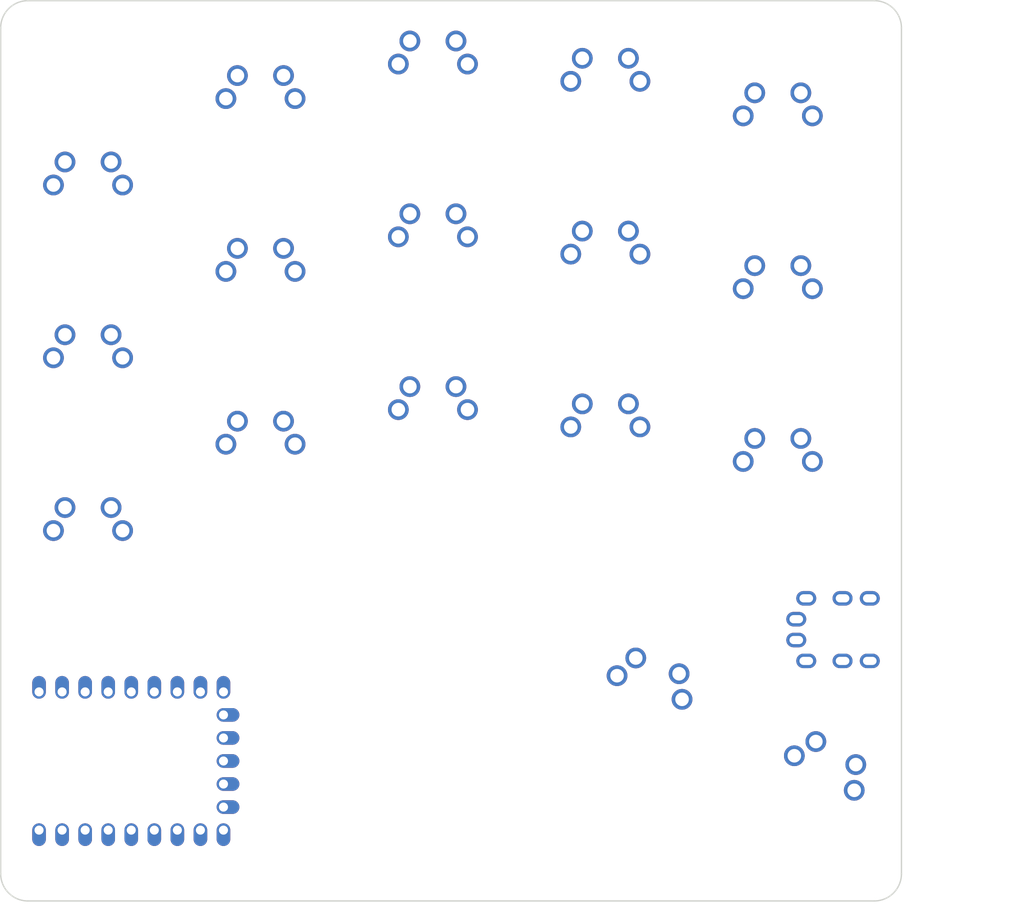
<source format=kicad_pcb>
(kicad_pcb (version 20221018) (generator pcbnew)
  (title_block (title "quadrate_pcb") (rev "v1.0.0") (company "Unknown"))
  (layers (0 "F.Cu" signal) (31 "B.Cu" signal) (34 "B.Paste" user) (35 "F.Paste" user) (36 "B.SilkS" user "B.Silkscreen") (37 "F.SilkS" user "F.Silkscreen") (38 "B.Mask" user) (39 "F.Mask" user) (44 "Edge.Cuts" user))
  (net 0 "")
  (net 1 "matrix_pinky_bottom")
  (net 2 "GND")
  (net 3 "matrix_pinky_home")
  (net 4 "matrix_pinky_top")
  (net 5 "matrix_ring_bottom")
  (net 6 "matrix_ring_home")
  (net 7 "matrix_ring_top")
  (net 8 "matrix_middle_bottom")
  (net 9 "matrix_middle_home")
  (net 10 "matrix_middle_top")
  (net 11 "matrix_index_bottom")
  (net 12 "matrix_index_home")
  (net 13 "matrix_index_top")
  (net 14 "matrix_inner_bottom")
  (net 15 "matrix_inner_home")
  (net 16 "matrix_inner_top")
  (net 17 "thumbfan_near_home")
  (net 18 "thumbfan_far_home")
  (net 19 "GP0")
  (net 20 "GP1")
  (net 21 "GP2")
  (net 22 "GP3")
  (net 23 "GP4")
  (net 24 "GP5")
  (net 25 "GP6")
  (net 26 "GP7")
  (net 27 "GP8")
  (net 28 "GP9")
  (net 29 "GP10")
  (net 30 "GP11")
  (net 31 "GP12")
  (net 32 "GP13")
  (net 33 "GP14")
  (net 34 "GP15")
  (net 35 "GP26")
  (net 36 "GP27")
  (net 37 "GP28")
  (net 38 "GP29")
  (net 39 "3V3")
  (net 40 "5V")
  (net 41 "VCC")
  (net 42 "P0")
  (net 43 "P1")
  (footprint "MX" (layer "F.Cu") (at 190.4 139.065)
    (fp_text reference "S7" hide)
    (fp_text value "" hide)
    (pad "" np_thru_hole circle (at -5.08 0) (size 1.7018 1.7018) (drill 1.7018) (layers "*.Cu" "*.Mask"))
    (pad "" np_thru_hole circle (at 0 0) (size 3.9878 3.9878) (drill 3.9878) (layers "*.Cu" "*.Mask"))
    (pad "" np_thru_hole circle (at 5.08 0) (size 1.7018 1.7018) (drill 1.7018) (layers "*.Cu" "*.Mask"))
    (pad "1" thru_hole circle (at -2.54 -5.08) (size 2.286 2.286) (drill 1.4986) (layers "*.Cu" "*.Mask") (net 8 "matrix_middle_bottom"))
    (pad "1" thru_hole circle (at 2.54 -5.08) (size 2.286 2.286) (drill 1.4986) (layers "*.Cu" "*.Mask") (net 8 "matrix_middle_bottom"))
    (pad "2" thru_hole circle (at -3.81 -2.54) (size 2.286 2.286) (drill 1.4986) (layers "*.Cu" "*.Mask") (net 2 "GND"))
    (pad "2" thru_hole circle (at 3.81 -2.54) (size 2.286 2.286) (drill 1.4986) (layers "*.Cu" "*.Mask") (net 2 "GND"))
  )
  (footprint "MX" (layer "F.Cu") (at 152.4 133.35)
    (fp_text reference "S2" hide)
    (fp_text value "" hide)
    (pad "" np_thru_hole circle (at -5.08 0) (size 1.7018 1.7018) (drill 1.7018) (layers "*.Cu" "*.Mask"))
    (pad "" np_thru_hole circle (at 0 0) (size 3.9878 3.9878) (drill 3.9878) (layers "*.Cu" "*.Mask"))
    (pad "" np_thru_hole circle (at 5.08 0) (size 1.7018 1.7018) (drill 1.7018) (layers "*.Cu" "*.Mask"))
    (pad "1" thru_hole circle (at -2.54 -5.08) (size 2.286 2.286) (drill 1.4986) (layers "*.Cu" "*.Mask") (net 3 "matrix_pinky_home"))
    (pad "1" thru_hole circle (at 2.54 -5.08) (size 2.286 2.286) (drill 1.4986) (layers "*.Cu" "*.Mask") (net 3 "matrix_pinky_home"))
    (pad "2" thru_hole circle (at -3.81 -2.54) (size 2.286 2.286) (drill 1.4986) (layers "*.Cu" "*.Mask") (net 2 "GND"))
    (pad "2" thru_hole circle (at 3.81 -2.54) (size 2.286 2.286) (drill 1.4986) (layers "*.Cu" "*.Mask") (net 2 "GND"))
  )
  (footprint "MX" (layer "F.Cu") (at 171.4 123.825)
    (fp_text reference "S5" hide)
    (fp_text value "" hide)
    (pad "" np_thru_hole circle (at -5.08 0) (size 1.7018 1.7018) (drill 1.7018) (layers "*.Cu" "*.Mask"))
    (pad "" np_thru_hole circle (at 0 0) (size 3.9878 3.9878) (drill 3.9878) (layers "*.Cu" "*.Mask"))
    (pad "" np_thru_hole circle (at 5.08 0) (size 1.7018 1.7018) (drill 1.7018) (layers "*.Cu" "*.Mask"))
    (pad "1" thru_hole circle (at -2.54 -5.08) (size 2.286 2.286) (drill 1.4986) (layers "*.Cu" "*.Mask") (net 6 "matrix_ring_home"))
    (pad "1" thru_hole circle (at 2.54 -5.08) (size 2.286 2.286) (drill 1.4986) (layers "*.Cu" "*.Mask") (net 6 "matrix_ring_home"))
    (pad "2" thru_hole circle (at -3.81 -2.54) (size 2.286 2.286) (drill 1.4986) (layers "*.Cu" "*.Mask") (net 2 "GND"))
    (pad "2" thru_hole circle (at 3.81 -2.54) (size 2.286 2.286) (drill 1.4986) (layers "*.Cu" "*.Mask") (net 2 "GND"))
  )
  (footprint "MX" (layer "F.Cu") (at 228.4 144.78)
    (fp_text reference "S13" hide)
    (fp_text value "" hide)
    (pad "" np_thru_hole circle (at -5.08 0) (size 1.7018 1.7018) (drill 1.7018) (layers "*.Cu" "*.Mask"))
    (pad "" np_thru_hole circle (at 0 0) (size 3.9878 3.9878) (drill 3.9878) (layers "*.Cu" "*.Mask"))
    (pad "" np_thru_hole circle (at 5.08 0) (size 1.7018 1.7018) (drill 1.7018) (layers "*.Cu" "*.Mask"))
    (pad "1" thru_hole circle (at -2.54 -5.08) (size 2.286 2.286) (drill 1.4986) (layers "*.Cu" "*.Mask") (net 14 "matrix_inner_bottom"))
    (pad "1" thru_hole circle (at 2.54 -5.08) (size 2.286 2.286) (drill 1.4986) (layers "*.Cu" "*.Mask") (net 14 "matrix_inner_bottom"))
    (pad "2" thru_hole circle (at -3.81 -2.54) (size 2.286 2.286) (drill 1.4986) (layers "*.Cu" "*.Mask") (net 2 "GND"))
    (pad "2" thru_hole circle (at 3.81 -2.54) (size 2.286 2.286) (drill 1.4986) (layers "*.Cu" "*.Mask") (net 2 "GND"))
  )
  (footprint "MX" (layer "F.Cu") (at 171.4 142.875)
    (fp_text reference "S4" hide)
    (fp_text value "" hide)
    (pad "" np_thru_hole circle (at -5.08 0) (size 1.7018 1.7018) (drill 1.7018) (layers "*.Cu" "*.Mask"))
    (pad "" np_thru_hole circle (at 0 0) (size 3.9878 3.9878) (drill 3.9878) (layers "*.Cu" "*.Mask"))
    (pad "" np_thru_hole circle (at 5.08 0) (size 1.7018 1.7018) (drill 1.7018) (layers "*.Cu" "*.Mask"))
    (pad "1" thru_hole circle (at -2.54 -5.08) (size 2.286 2.286) (drill 1.4986) (layers "*.Cu" "*.Mask") (net 5 "matrix_ring_bottom"))
    (pad "1" thru_hole circle (at 2.54 -5.08) (size 2.286 2.286) (drill 1.4986) (layers "*.Cu" "*.Mask") (net 5 "matrix_ring_bottom"))
    (pad "2" thru_hole circle (at -3.81 -2.54) (size 2.286 2.286) (drill 1.4986) (layers "*.Cu" "*.Mask") (net 2 "GND"))
    (pad "2" thru_hole circle (at 3.81 -2.54) (size 2.286 2.286) (drill 1.4986) (layers "*.Cu" "*.Mask") (net 2 "GND"))
  )
  (footprint "MX" (layer "F.Cu") (at 209.4 102.87)
    (fp_text reference "S12" hide)
    (fp_text value "" hide)
    (pad "" np_thru_hole circle (at -5.08 0) (size 1.7018 1.7018) (drill 1.7018) (layers "*.Cu" "*.Mask"))
    (pad "" np_thru_hole circle (at 0 0) (size 3.9878 3.9878) (drill 3.9878) (layers "*.Cu" "*.Mask"))
    (pad "" np_thru_hole circle (at 5.08 0) (size 1.7018 1.7018) (drill 1.7018) (layers "*.Cu" "*.Mask"))
    (pad "1" thru_hole circle (at -2.54 -5.08) (size 2.286 2.286) (drill 1.4986) (layers "*.Cu" "*.Mask") (net 13 "matrix_index_top"))
    (pad "1" thru_hole circle (at 2.54 -5.08) (size 2.286 2.286) (drill 1.4986) (layers "*.Cu" "*.Mask") (net 13 "matrix_index_top"))
    (pad "2" thru_hole circle (at -3.81 -2.54) (size 2.286 2.286) (drill 1.4986) (layers "*.Cu" "*.Mask") (net 2 "GND"))
    (pad "2" thru_hole circle (at 3.81 -2.54) (size 2.286 2.286) (drill 1.4986) (layers "*.Cu" "*.Mask") (net 2 "GND"))
  )
  (footprint "MX" (layer "F.Cu") (at 232.25239 178.785997 -30)
    (fp_text reference "S17" hide)
    (fp_text value "" hide)
    (pad "" np_thru_hole circle (at -5.08 0) (size 1.7018 1.7018) (drill 1.7018) (layers "*.Cu" "*.Mask"))
    (pad "" np_thru_hole circle (at 0 0) (size 3.9878 3.9878) (drill 3.9878) (layers "*.Cu" "*.Mask"))
    (pad "" np_thru_hole circle (at 5.08 0) (size 1.7018 1.7018) (drill 1.7018) (layers "*.Cu" "*.Mask"))
    (pad "1" thru_hole circle (at -2.54 -5.08) (size 2.286 2.286) (drill 1.4986) (layers "*.Cu" "*.Mask") (net 18 "thumbfan_far_home"))
    (pad "1" thru_hole circle (at 2.54 -5.08) (size 2.286 2.286) (drill 1.4986) (layers "*.Cu" "*.Mask") (net 18 "thumbfan_far_home"))
    (pad "2" thru_hole circle (at -3.81 -2.54) (size 2.286 2.286) (drill 1.4986) (layers "*.Cu" "*.Mask") (net 2 "GND"))
    (pad "2" thru_hole circle (at 3.81 -2.54) (size 2.286 2.286) (drill 1.4986) (layers "*.Cu" "*.Mask") (net 2 "GND"))
  )
  (footprint "MX" (layer "F.Cu") (at 213.4 169.545 -20)
    (fp_text reference "S16" hide)
    (fp_text value "" hide)
    (pad "" np_thru_hole circle (at -5.08 0) (size 1.7018 1.7018) (drill 1.7018) (layers "*.Cu" "*.Mask"))
    (pad "" np_thru_hole circle (at 0 0) (size 3.9878 3.9878) (drill 3.9878) (layers "*.Cu" "*.Mask"))
    (pad "" np_thru_hole circle (at 5.08 0) (size 1.7018 1.7018) (drill 1.7018) (layers "*.Cu" "*.Mask"))
    (pad "1" thru_hole circle (at -2.54 -5.08) (size 2.286 2.286) (drill 1.4986) (layers "*.Cu" "*.Mask") (net 17 "thumbfan_near_home"))
    (pad "1" thru_hole circle (at 2.54 -5.08) (size 2.286 2.286) (drill 1.4986) (layers "*.Cu" "*.Mask") (net 17 "thumbfan_near_home"))
    (pad "2" thru_hole circle (at -3.81 -2.54) (size 2.286 2.286) (drill 1.4986) (layers "*.Cu" "*.Mask") (net 2 "GND"))
    (pad "2" thru_hole circle (at 3.81 -2.54) (size 2.286 2.286) (drill 1.4986) (layers "*.Cu" "*.Mask") (net 2 "GND"))
  )
  (footprint "MX" (layer "F.Cu") (at 209.4 140.97)
    (fp_text reference "S10" hide)
    (fp_text value "" hide)
    (pad "" np_thru_hole circle (at -5.08 0) (size 1.7018 1.7018) (drill 1.7018) (layers "*.Cu" "*.Mask"))
    (pad "" np_thru_hole circle (at 0 0) (size 3.9878 3.9878) (drill 3.9878) (layers "*.Cu" "*.Mask"))
    (pad "" np_thru_hole circle (at 5.08 0) (size 1.7018 1.7018) (drill 1.7018) (layers "*.Cu" "*.Mask"))
    (pad "1" thru_hole circle (at -2.54 -5.08) (size 2.286 2.286) (drill 1.4986) (layers "*.Cu" "*.Mask") (net 11 "matrix_index_bottom"))
    (pad "1" thru_hole circle (at 2.54 -5.08) (size 2.286 2.286) (drill 1.4986) (layers "*.Cu" "*.Mask") (net 11 "matrix_index_bottom"))
    (pad "2" thru_hole circle (at -3.81 -2.54) (size 2.286 2.286) (drill 1.4986) (layers "*.Cu" "*.Mask") (net 2 "GND"))
    (pad "2" thru_hole circle (at 3.81 -2.54) (size 2.286 2.286) (drill 1.4986) (layers "*.Cu" "*.Mask") (net 2 "GND"))
  )
  (footprint "MX" (layer "F.Cu") (at 190.4 120.015)
    (fp_text reference "S8" hide)
    (fp_text value "" hide)
    (pad "" np_thru_hole circle (at -5.08 0) (size 1.7018 1.7018) (drill 1.7018) (layers "*.Cu" "*.Mask"))
    (pad "" np_thru_hole circle (at 0 0) (size 3.9878 3.9878) (drill 3.9878) (layers "*.Cu" "*.Mask"))
    (pad "" np_thru_hole circle (at 5.08 0) (size 1.7018 1.7018) (drill 1.7018) (layers "*.Cu" "*.Mask"))
    (pad "1" thru_hole circle (at -2.54 -5.08) (size 2.286 2.286) (drill 1.4986) (layers "*.Cu" "*.Mask") (net 9 "matrix_middle_home"))
    (pad "1" thru_hole circle (at 2.54 -5.08) (size 2.286 2.286) (drill 1.4986) (layers "*.Cu" "*.Mask") (net 9 "matrix_middle_home"))
    (pad "2" thru_hole circle (at -3.81 -2.54) (size 2.286 2.286) (drill 1.4986) (layers "*.Cu" "*.Mask") (net 2 "GND"))
    (pad "2" thru_hole circle (at 3.81 -2.54) (size 2.286 2.286) (drill 1.4986) (layers "*.Cu" "*.Mask") (net 2 "GND"))
  )
  (footprint "MX" (layer "F.Cu") (at 152.4 114.3)
    (fp_text reference "S3" hide)
    (fp_text value "" hide)
    (pad "" np_thru_hole circle (at -5.08 0) (size 1.7018 1.7018) (drill 1.7018) (layers "*.Cu" "*.Mask"))
    (pad "" np_thru_hole circle (at 0 0) (size 3.9878 3.9878) (drill 3.9878) (layers "*.Cu" "*.Mask"))
    (pad "" np_thru_hole circle (at 5.08 0) (size 1.7018 1.7018) (drill 1.7018) (layers "*.Cu" "*.Mask"))
    (pad "1" thru_hole circle (at -2.54 -5.08) (size 2.286 2.286) (drill 1.4986) (layers "*.Cu" "*.Mask") (net 4 "matrix_pinky_top"))
    (pad "1" thru_hole circle (at 2.54 -5.08) (size 2.286 2.286) (drill 1.4986) (layers "*.Cu" "*.Mask") (net 4 "matrix_pinky_top"))
    (pad "2" thru_hole circle (at -3.81 -2.54) (size 2.286 2.286) (drill 1.4986) (layers "*.Cu" "*.Mask") (net 2 "GND"))
    (pad "2" thru_hole circle (at 3.81 -2.54) (size 2.286 2.286) (drill 1.4986) (layers "*.Cu" "*.Mask") (net 2 "GND"))
  )
  (footprint "TRRS-PJ-320A-dual" (layer "F.Cu") (at 241.735 161.925 -90)
    (fp_text reference "TRRS1")
    (fp_text value "TRRS-PJ-320A-dual")
    (pad "" np_thru_hole circle (at -2.3 1.6) (size 1.5 1.5) (drill 1.5) (layers "*.Cu" "*.Mask"))
    (pad "" np_thru_hole circle (at -2.3 8.6) (size 1.5 1.5) (drill 1.5) (layers "*.Cu" "*.Mask"))
    (pad "" np_thru_hole circle (at 0 1.6) (size 1.5 1.5) (drill 1.5) (layers "*.Cu" "*.Mask"))
    (pad "" np_thru_hole circle (at 0 8.6) (size 1.5 1.5) (drill 1.5) (layers "*.Cu" "*.Mask"))
    (pad "1" thru_hole oval (at -2.3 11.3 270) (size 1.6 2.2) (drill oval 0.9 1.5) (layers "*.Cu" "*.Mask") (net 2 "GND"))
    (pad "1" thru_hole oval (at 0 11.3 270) (size 1.6 2.2) (drill oval 0.9 1.5) (layers "*.Cu" "*.Mask") (net 2 "GND"))
    (pad "2" thru_hole oval (at -4.6 10.2 270) (size 1.6 2.2) (drill oval 0.9 1.5) (layers "*.Cu" "*.Mask") (net 41 "VCC"))
    (pad "2" thru_hole oval (at 2.3 10.2 270) (size 1.6 2.2) (drill oval 0.9 1.5) (layers "*.Cu" "*.Mask") (net 41 "VCC"))
    (pad "3" thru_hole oval (at -4.6 6.2 270) (size 1.6 2.2) (drill oval 0.9 1.5) (layers "*.Cu" "*.Mask") (net 43 "P1"))
    (pad "3" thru_hole oval (at 2.3 6.2 270) (size 1.6 2.2) (drill oval 0.9 1.5) (layers "*.Cu" "*.Mask") (net 42 "P0"))
    (pad "4" thru_hole oval (at -4.6 3.2 270) (size 1.6 2.2) (drill oval 0.9 1.5) (layers "*.Cu" "*.Mask") (net 42 "P0"))
    (pad "4" thru_hole oval (at 2.3 3.2 270) (size 1.6 2.2) (drill oval 0.9 1.5) (layers "*.Cu" "*.Mask") (net 43 "P1"))
  )
  (footprint "MX" (layer "F.Cu") (at 228.4 106.68)
    (fp_text reference "S15" hide)
    (fp_text value "" hide)
    (pad "" np_thru_hole circle (at -5.08 0) (size 1.7018 1.7018) (drill 1.7018) (layers "*.Cu" "*.Mask"))
    (pad "" np_thru_hole circle (at 0 0) (size 3.9878 3.9878) (drill 3.9878) (layers "*.Cu" "*.Mask"))
    (pad "" np_thru_hole circle (at 5.08 0) (size 1.7018 1.7018) (drill 1.7018) (layers "*.Cu" "*.Mask"))
    (pad "1" thru_hole circle (at -2.54 -5.08) (size 2.286 2.286) (drill 1.4986) (layers "*.Cu" "*.Mask") (net 16 "matrix_inner_top"))
    (pad "1" thru_hole circle (at 2.54 -5.08) (size 2.286 2.286) (drill 1.4986) (layers "*.Cu" "*.Mask") (net 16 "matrix_inner_top"))
    (pad "2" thru_hole circle (at -3.81 -2.54) (size 2.286 2.286) (drill 1.4986) (layers "*.Cu" "*.Mask") (net 2 "GND"))
    (pad "2" thru_hole circle (at 3.81 -2.54) (size 2.286 2.286) (drill 1.4986) (layers "*.Cu" "*.Mask") (net 2 "GND"))
  )
  (footprint "MX" (layer "F.Cu") (at 152.4 152.4)
    (fp_text reference "S1" hide)
    (fp_text value "" hide)
    (pad "" np_thru_hole circle (at -5.08 0) (size 1.7018 1.7018) (drill 1.7018) (layers "*.Cu" "*.Mask"))
    (pad "" np_thru_hole circle (at 0 0) (size 3.9878 3.9878) (drill 3.9878) (layers "*.Cu" "*.Mask"))
    (pad "" np_thru_hole circle (at 5.08 0) (size 1.7018 1.7018) (drill 1.7018) (layers "*.Cu" "*.Mask"))
    (pad "1" thru_hole circle (at -2.54 -5.08) (size 2.286 2.286) (drill 1.4986) (layers "*.Cu" "*.Mask") (net 1 "matrix_pinky_bottom"))
    (pad "1" thru_hole circle (at 2.54 -5.08) (size 2.286 2.286) (drill 1.4986) (layers "*.Cu" "*.Mask") (net 1 "matrix_pinky_bottom"))
    (pad "2" thru_hole circle (at -3.81 -2.54) (size 2.286 2.286) (drill 1.4986) (layers "*.Cu" "*.Mask") (net 2 "GND"))
    (pad "2" thru_hole circle (at 3.81 -2.54) (size 2.286 2.286) (drill 1.4986) (layers "*.Cu" "*.Mask") (net 2 "GND"))
  )
  (footprint "MX" (layer "F.Cu") (at 228.4 125.73)
    (fp_text reference "S14" hide)
    (fp_text value "" hide)
    (pad "" np_thru_hole circle (at -5.08 0) (size 1.7018 1.7018) (drill 1.7018) (layers "*.Cu" "*.Mask"))
    (pad "" np_thru_hole circle (at 0 0) (size 3.9878 3.9878) (drill 3.9878) (layers "*.Cu" "*.Mask"))
    (pad "" np_thru_hole circle (at 5.08 0) (size 1.7018 1.7018) (drill 1.7018) (layers "*.Cu" "*.Mask"))
    (pad "1" thru_hole circle (at -2.54 -5.08) (size 2.286 2.286) (drill 1.4986) (layers "*.Cu" "*.Mask") (net 15 "matrix_inner_home"))
    (pad "1" thru_hole circle (at 2.54 -5.08) (size 2.286 2.286) (drill 1.4986) (layers "*.Cu" "*.Mask") (net 15 "matrix_inner_home"))
    (pad "2" thru_hole circle (at -3.81 -2.54) (size 2.286 2.286) (drill 1.4986) (layers "*.Cu" "*.Mask") (net 2 "GND"))
    (pad "2" thru_hole circle (at 3.81 -2.54) (size 2.286 2.286) (drill 1.4986) (layers "*.Cu" "*.Mask") (net 2 "GND"))
  )
  (footprint "MX" (layer "F.Cu") (at 190.4 100.965)
    (fp_text reference "S9" hide)
    (fp_text value "" hide)
    (pad "" np_thru_hole circle (at -5.08 0) (size 1.7018 1.7018) (drill 1.7018) (layers "*.Cu" "*.Mask"))
    (pad "" np_thru_hole circle (at 0 0) (size 3.9878 3.9878) (drill 3.9878) (layers "*.Cu" "*.Mask"))
    (pad "" np_thru_hole circle (at 5.08 0) (size 1.7018 1.7018) (drill 1.7018) (layers "*.Cu" "*.Mask"))
    (pad "1" thru_hole circle (at -2.54 -5.08) (size 2.286 2.286) (drill 1.4986) (layers "*.Cu" "*.Mask") (net 10 "matrix_middle_top"))
    (pad "1" thru_hole circle (at 2.54 -5.08) (size 2.286 2.286) (drill 1.4986) (layers "*.Cu" "*.Mask") (net 10 "matrix_middle_top"))
    (pad "2" thru_hole circle (at -3.81 -2.54) (size 2.286 2.286) (drill 1.4986) (layers "*.Cu" "*.Mask") (net 2 "GND"))
    (pad "2" thru_hole circle (at 3.81 -2.54) (size 2.286 2.286) (drill 1.4986) (layers "*.Cu" "*.Mask") (net 2 "GND"))
  )
  (footprint "rp2040_zero_tht_pads" (layer "F.Cu") (at 157.1625 175.26 90)
    (fp_text reference "" (at 0 0 90) (layer "F.SilkS") (effects (font (size 1.27 1.27))))
    (fp_text value "" (at 0 0 90) (layer "F.SilkS") (effects (font (size 1.27 1.27))))
    (pad "1" thru_hole oval (at 7.62 -10.16 270) (size 2.5 1.5) (drill 1 (offset -0.5 0)) (layers "*.Cu" "*.Mask") (net 19 "GP0"))
    (pad "2" thru_hole oval (at 7.62 -7.62 270) (size 2.5 1.5) (drill 1 (offset -0.5 0)) (layers "*.Cu" "*.Mask") (net 20 "GP1"))
    (pad "3" thru_hole oval (at 7.62 -5.08 270) (size 2.5 1.5) (drill 1 (offset -0.5 0)) (layers "*.Cu" "*.Mask") (net 21 "GP2"))
    (pad "4" thru_hole oval (at 7.62 -2.54 270) (size 2.5 1.5) (drill 1 (offset -0.5 0)) (layers "*.Cu" "*.Mask") (net 22 "GP3"))
    (pad "5" thru_hole oval (at 7.62 0 270) (size 2.5 1.5) (drill 1 (offset -0.5 0)) (layers "*.Cu" "*.Mask") (net 23 "GP4"))
    (pad "6" thru_hole oval (at 7.62 2.54 270) (size 2.5 1.5) (drill 1 (offset -0.5 0)) (layers "*.Cu" "*.Mask") (net 24 "GP5"))
    (pad "7" thru_hole oval (at 7.62 5.08 270) (size 2.5 1.5) (drill 1 (offset -0.5 0)) (layers "*.Cu" "*.Mask") (net 25 "GP6"))
    (pad "8" thru_hole oval (at 7.62 7.62 270) (size 2.5 1.5) (drill 1 (offset -0.5 0)) (layers "*.Cu" "*.Mask") (net 26 "GP7"))
    (pad "9" thru_hole oval (at 7.62 10.16 270) (size 2.5 1.5) (drill 1 (offset -0.5 0)) (layers "*.Cu" "*.Mask") (net 27 "GP8"))
    (pad "10" thru_hole oval (at 5.08 10.16 180) (size 2.5 1.5) (drill 1 (offset -0.5 0)) (layers "*.Cu" "*.Mask") (net 28 "GP9"))
    (pad "11" thru_hole oval (at 2.54 10.16 180) (size 2.5 1.5) (drill 1 (offset -0.5 0)) (layers "*.Cu" "*.Mask") (net 29 "GP10"))
    (pad "12" thru_hole oval (at 0 10.16 180) (size 2.5 1.5) (drill 1 (offset -0.5 0)) (layers "*.Cu" "*.Mask") (net 30 "GP11"))
    (pad "13" thru_hole oval (at -2.54 10.16 180) (size 2.5 1.5) (drill 1 (offset -0.5 0)) (layers "*.Cu" "*.Mask") (net 31 "GP12"))
    (pad "14" thru_hole oval (at -5.08 10.16 180) (size 2.5 1.5) (drill 1 (offset -0.5 0)) (layers "*.Cu" "*.Mask") (net 32 "GP13"))
    (pad "15" thru_hole oval (at -7.62 10.16 90) (size 2.5 1.5) (drill 1 (offset -0.5 0)) (layers "*.Cu" "*.Mask") (net 33 "GP14"))
    (pad "16" thru_hole oval (at -7.62 7.62 90) (size 2.5 1.5) (drill 1 (offset -0.5 0)) (layers "*.Cu" "*.Mask") (net 34 "GP15"))
    (pad "17" thru_hole oval (at -7.62 5.08 90) (size 2.5 1.5) (drill 1 (offset -0.5 0)) (layers "*.Cu" "*.Mask") (net 35 "GP26"))
    (pad "18" thru_hole oval (at -7.62 2.54 90) (size 2.5 1.5) (drill 1 (offset -0.5 0)) (layers "*.Cu" "*.Mask") (net 36 "GP27"))
    (pad "19" thru_hole oval (at -7.62 0 90) (size 2.5 1.5) (drill 1 (offset -0.5 0)) (layers "*.Cu" "*.Mask") (net 37 "GP28"))
    (pad "20" thru_hole oval (at -7.62 -2.54 90) (size 2.5 1.5) (drill 1 (offset -0.5 0)) (layers "*.Cu" "*.Mask") (net 38 "GP29"))
    (pad "21" thru_hole oval (at -7.62 -5.08 90) (size 2.5 1.5) (drill 1 (offset -0.5 0)) (layers "*.Cu" "*.Mask") (net 39 "3V3"))
    (pad "22" thru_hole oval (at -7.62 -7.62 90) (size 2.5 1.5) (drill 1 (offset -0.5 0)) (layers "*.Cu" "*.Mask") (net 2 "GND"))
    (pad "23" thru_hole oval (at -7.62 -10.16 90) (size 2.5 1.5) (drill 1 (offset -0.5 0)) (layers "*.Cu" "*.Mask") (net 40 "5V"))
  )
  (footprint "MX" (layer "F.Cu") (at 209.4 121.92)
    (fp_text reference "S11" hide)
    (fp_text value "" hide)
    (pad "" np_thru_hole circle (at -5.08 0) (size 1.7018 1.7018) (drill 1.7018) (layers "*.Cu" "*.Mask"))
    (pad "" np_thru_hole circle (at 0 0) (size 3.9878 3.9878) (drill 3.9878) (layers "*.Cu" "*.Mask"))
    (pad "" np_thru_hole circle (at 5.08 0) (size 1.7018 1.7018) (drill 1.7018) (layers "*.Cu" "*.Mask"))
    (pad "1" thru_hole circle (at -2.54 -5.08) (size 2.286 2.286) (drill 1.4986) (layers "*.Cu" "*.Mask") (net 12 "matrix_index_home"))
    (pad "1" thru_hole circle (at 2.54 -5.08) (size 2.286 2.286) (drill 1.4986) (layers "*.Cu" "*.Mask") (net 12 "matrix_index_home"))
    (pad "2" thru_hole circle (at -3.81 -2.54) (size 2.286 2.286) (drill 1.4986) (layers "*.Cu" "*.Mask") (net 2 "GND"))
    (pad "2" thru_hole circle (at 3.81 -2.54) (size 2.286 2.286) (drill 1.4986) (layers "*.Cu" "*.Mask") (net 2 "GND"))
  )
  (footprint "MX" (layer "F.Cu") (at 171.4 104.775)
    (fp_text reference "S6" hide)
    (fp_text value "" hide)
    (pad "" np_thru_hole circle (at -5.08 0) (size 1.7018 1.7018) (drill 1.7018) (layers "*.Cu" "*.Mask"))
    (pad "" np_thru_hole circle (at 0 0) (size 3.9878 3.9878) (drill 3.9878) (layers "*.Cu" "*.Mask"))
    (pad "" np_thru_hole circle (at 5.08 0) (size 1.7018 1.7018) (drill 1.7018) (layers "*.Cu" "*.Mask"))
    (pad "1" thru_hole circle (at -2.54 -5.08) (size 2.286 2.286) (drill 1.4986) (layers "*.Cu" "*.Mask") (net 7 "matrix_ring_top"))
    (pad "1" thru_hole circle (at 2.54 -5.08) (size 2.286 2.286) (drill 1.4986) (layers "*.Cu" "*.Mask") (net 7 "matrix_ring_top"))
    (pad "2" thru_hole circle (at -3.81 -2.54) (size 2.286 2.286) (drill 1.4986) (layers "*.Cu" "*.Mask") (net 2 "GND"))
    (pad "2" thru_hole circle (at 3.81 -2.54) (size 2.286 2.286) (drill 1.4986) (layers "*.Cu" "*.Mask") (net 2 "GND"))
  )
  (gr_line (start 239.025 190.69) (end 145.775 190.69) (stroke (width 0.15)) (layer "Edge.Cuts"))
  (gr_line (start 142.775 187.69) (end 142.775 94.44) (stroke (width 0.15)) (layer "Edge.Cuts"))
  (gr_arc (start 242.025 187.69) (mid 241.14632 189.81132) (end 239.025 190.69) (stroke (width 0.15)) (layer "Edge.Cuts"))
  (gr_arc (start 142.775 94.44) (mid 143.65368 92.31868) (end 145.775 91.44) (stroke (width 0.15)) (layer "Edge.Cuts"))
  (gr_line (start 145.775 91.44) (end 239.025 91.44) (stroke (width 0.15)) (layer "Edge.Cuts"))
  (gr_arc (start 239.025 91.44) (mid 241.14632 92.31868) (end 242.025 94.44) (stroke (width 0.15)) (layer "Edge.Cuts"))
  (gr_line (start 242.025 94.44) (end 242.025 187.69) (stroke (width 0.15)) (layer "Edge.Cuts"))
  (gr_arc (start 145.775 190.69) (mid 143.65368 189.81132) (end 142.775 187.69) (stroke (width 0.15)) (layer "Edge.Cuts"))
)
</source>
